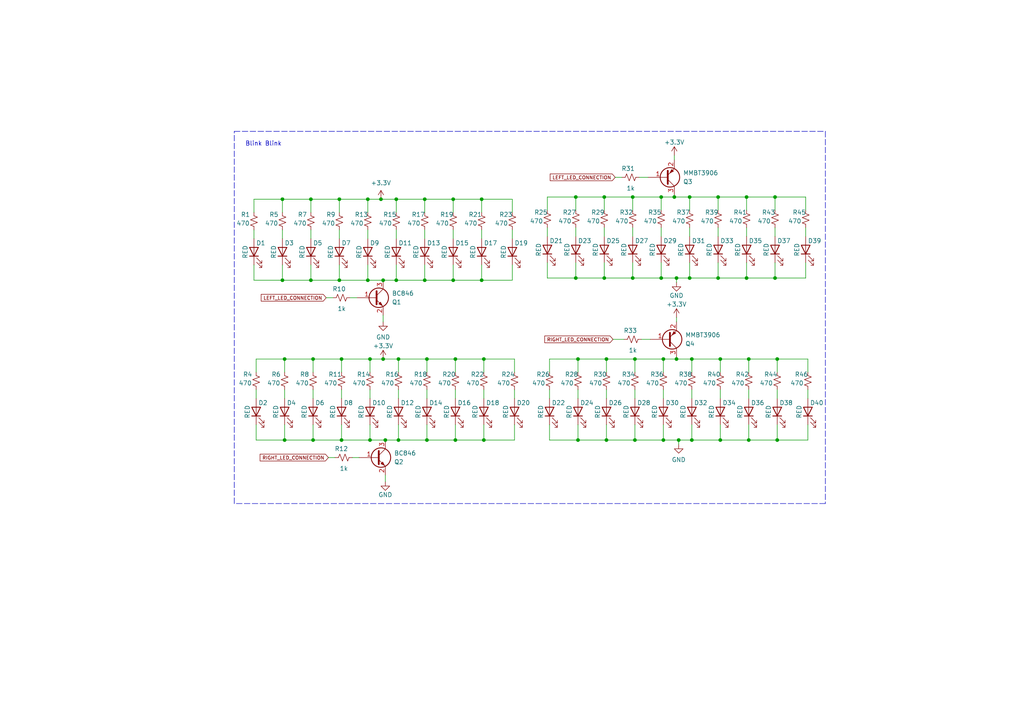
<source format=kicad_sch>
(kicad_sch (version 20211123) (generator eeschema)
  (paper "A4")
  (lib_symbols
    (symbol "Device:LED" (pin_numbers hide) (pin_names (offset 1.016) hide)
      (property "Reference" "D" (at 0 2.54 0))
      (property "Value" "LED" (at 0 -2.54 0))
      (symbol "LED_0_1"
        (polyline (pts (xy -1.27 -1.27) (xy -1.27 1.27)) (stroke (width 0.254)))
        (polyline (pts (xy -1.27 0) (xy 1.27 0)))
        (polyline (pts (xy 1.27 -1.27) (xy 1.27 1.27) (xy -1.27 0) (xy 1.27 -1.27)) (stroke (width 0.254)))
        (polyline (pts (xy -3.048 -0.762) (xy -4.572 -2.286) (xy -3.81 -2.286) (xy -4.572 -2.286) (xy -4.572 -1.524)))
        (polyline (pts (xy -1.778 -0.762) (xy -3.302 -2.286) (xy -2.54 -2.286) (xy -3.302 -2.286) (xy -3.302 -1.524)))
      )
      (symbol "LED_1_1"
        (pin passive line (at -3.81 0 0) (length 2.54) (name "K") (number "1"))
        (pin passive line (at 3.81 0 180) (length 2.54) (name "A") (number "2"))
      )
    )
    (symbol "Device:R_Small_US" (pin_numbers hide) (pin_names (offset 0.254) hide)
      (property "Reference" "R" (at 0.762 0.508 0))
      (property "Value" "R_Small_US" (at 0.762 -1.016 0))
      (symbol "R_Small_US_1_1"
        (polyline (pts (xy 0 0) (xy 1.016 -0.381) (xy 0 -0.762) (xy -1.016 -1.143) (xy 0 -1.524)))
        (polyline (pts (xy 0 1.524) (xy 1.016 1.143) (xy 0 0.762) (xy -1.016 0.381) (xy 0 0)))
        (pin passive line (at 0 2.54 270) (length 1.016) (name "~") (number "1"))
        (pin passive line (at 0 -2.54 90) (length 1.016) (name "~") (number "2"))
      )
    )
    (symbol "Transistor_BJT:BC846" (pin_names (offset 0) hide)
      (property "Reference" "Q" (at 5.08 1.905 0))
      (property "Value" "BC846" (at 5.08 0 0))
      (symbol "BC846_0_1"
        (polyline (pts (xy 0.635 0.635) (xy 2.54 2.54)))
        (polyline (pts (xy 0.635 -0.635) (xy 2.54 -2.54) (xy 2.54 -2.54)))
        (polyline (pts (xy 0.635 1.905) (xy 0.635 -1.905) (xy 0.635 -1.905)) (stroke (width 0.508)))
        (polyline (pts (xy 1.27 -1.778) (xy 1.778 -1.27) (xy 2.286 -2.286) (xy 1.27 -1.778) (xy 1.27 -1.778)) (fill (type outline)))
        (circle (center 1.27 0) (radius 2.8194) (stroke (width 0.254)))
      )
      (symbol "BC846_1_1"
        (pin input line (at -5.08 0 0) (length 5.715) (name "B") (number "1"))
        (pin passive line (at 2.54 -5.08 90) (length 2.54) (name "E") (number "2"))
        (pin passive line (at 2.54 5.08 270) (length 2.54) (name "C") (number "3"))
      )
    )
    (symbol "Transistor_BJT:MMBT3906" (pin_names (offset 0) hide)
      (property "Reference" "Q" (at 5.08 1.905 0))
      (property "Value" "MMBT3906" (at 5.08 0 0))
      (symbol "MMBT3906_0_1"
        (polyline (pts (xy 0.635 0.635) (xy 2.54 2.54)))
        (polyline (pts (xy 0.635 -0.635) (xy 2.54 -2.54) (xy 2.54 -2.54)))
        (polyline (pts (xy 0.635 1.905) (xy 0.635 -1.905) (xy 0.635 -1.905)) (stroke (width 0.508)))
        (polyline (pts (xy 2.286 -1.778) (xy 1.778 -2.286) (xy 1.27 -1.27) (xy 2.286 -1.778) (xy 2.286 -1.778)) (fill (type outline)))
        (circle (center 1.27 0) (radius 2.8194) (stroke (width 0.254)))
      )
      (symbol "MMBT3906_1_1"
        (pin input line (at -5.08 0 0) (length 5.715) (name "B") (number "1"))
        (pin passive line (at 2.54 -5.08 90) (length 2.54) (name "E") (number "2"))
        (pin passive line (at 2.54 5.08 270) (length 2.54) (name "C") (number "3"))
      )
    )
    (symbol "power:+3.3V" (power) (pin_names (offset 0))
      (property "Value" "+3.3V" (at 0 3.556 0))
      (symbol "+3.3V_0_1"
        (polyline (pts (xy -0.762 1.27) (xy 0 2.54)))
        (polyline (pts (xy 0 0) (xy 0 2.54)))
        (polyline (pts (xy 0 2.54) (xy 0.762 1.27)))
      )
      (symbol "+3.3V_1_1"
        (pin power_in line (at 0 0 90) (length 0) hide (name "+3.3V") (number "1"))
      )
    )
    (symbol "power:GND" (power) (pin_names (offset 0))
      (property "Value" "GND" (at 0 -3.81 0))
      (symbol "GND_0_1"
        (polyline (pts (xy 0 0) (xy 0 -1.27) (xy 1.27 -1.27) (xy 0 -2.54) (xy -1.27 -1.27) (xy 0 -1.27)))
      )
      (symbol "GND_1_1"
        (pin power_in line (at 0 0 270) (length 0) hide (name "GND") (number "1"))
      )
    )
  )
  (junction (at 216.535 57.15))
  (junction (at 82.55 127.635))
  (junction (at 90.805 104.14))
  (junction (at 111.76 127.635))
  (junction (at 183.515 80.645))
  (junction (at 200.025 57.15))
  (junction (at 175.26 57.15))
  (junction (at 115.57 104.14))
  (junction (at 107.315 104.14))
  (junction (at 81.915 57.785))
  (junction (at 184.15 127.635))
  (junction (at 195.58 57.15))
  (junction (at 114.935 81.28))
  (junction (at 131.445 81.28))
  (junction (at 167.005 57.15))
  (junction (at 106.68 57.785))
  (junction (at 208.915 127.635))
  (junction (at 123.825 104.14))
  (junction (at 90.805 127.635))
  (junction (at 123.19 57.785))
  (junction (at 200.66 104.14))
  (junction (at 81.915 81.28))
  (junction (at 140.335 104.14))
  (junction (at 196.215 104.14))
  (junction (at 217.17 104.14))
  (junction (at 107.315 127.635))
  (junction (at 90.17 81.28))
  (junction (at 139.7 57.785))
  (junction (at 200.025 80.645))
  (junction (at 131.445 57.785))
  (junction (at 175.26 80.645))
  (junction (at 225.425 127.635))
  (junction (at 140.335 127.635))
  (junction (at 90.17 57.785))
  (junction (at 192.405 127.635))
  (junction (at 196.215 80.645))
  (junction (at 192.405 104.14))
  (junction (at 98.425 81.28))
  (junction (at 111.125 81.28))
  (junction (at 99.06 104.14))
  (junction (at 99.06 127.635))
  (junction (at 98.425 57.785))
  (junction (at 208.915 104.14))
  (junction (at 183.515 57.15))
  (junction (at 167.005 80.645))
  (junction (at 175.895 104.14))
  (junction (at 123.825 127.635))
  (junction (at 132.08 127.635))
  (junction (at 216.535 80.645))
  (junction (at 114.935 57.785))
  (junction (at 196.85 127.635))
  (junction (at 175.895 127.635))
  (junction (at 123.19 81.28))
  (junction (at 191.77 57.15))
  (junction (at 167.64 127.635))
  (junction (at 111.125 104.14))
  (junction (at 106.68 81.28))
  (junction (at 82.55 104.14))
  (junction (at 208.28 57.15))
  (junction (at 225.425 104.14))
  (junction (at 184.15 104.14))
  (junction (at 110.49 57.785))
  (junction (at 208.28 80.645))
  (junction (at 191.77 80.645))
  (junction (at 217.17 127.635))
  (junction (at 200.66 127.635))
  (junction (at 115.57 127.635))
  (junction (at 224.79 57.15))
  (junction (at 132.08 104.14))
  (junction (at 224.79 80.645))
  (junction (at 167.64 104.14))
  (junction (at 139.7 81.28))
  (wire (pts (xy 234.315 113.03) (xy 234.315 115.57)))
  (wire (pts (xy 82.55 104.14) (xy 90.805 104.14)))
  (wire (pts (xy 196.85 127.635) (xy 196.85 128.905)))
  (wire (pts (xy 192.405 127.635) (xy 196.85 127.635)))
  (wire (pts (xy 233.68 80.645) (xy 224.79 80.645)))
  (wire (pts (xy 200.025 76.2) (xy 200.025 80.645)))
  (wire (pts (xy 196.215 103.505) (xy 196.215 104.14)))
  (wire (pts (xy 101.6 86.36) (xy 103.505 86.36)))
  (wire (pts (xy 208.28 57.15) (xy 208.28 60.96)))
  (wire (pts (xy 225.425 113.03) (xy 225.425 115.57)))
  (wire (pts (xy 175.26 66.04) (xy 175.26 68.58)))
  (wire (pts (xy 225.425 127.635) (xy 217.17 127.635)))
  (wire (pts (xy 106.68 57.785) (xy 106.68 61.595)))
  (wire (pts (xy 99.06 127.635) (xy 107.315 127.635)))
  (wire (pts (xy 140.335 123.19) (xy 140.335 127.635)))
  (wire (pts (xy 132.08 127.635) (xy 123.825 127.635)))
  (wire (pts (xy 74.295 107.95) (xy 74.295 104.14)))
  (wire (pts (xy 98.425 76.835) (xy 98.425 81.28)))
  (wire (pts (xy 159.385 107.95) (xy 159.385 104.14)))
  (wire (pts (xy 90.17 81.28) (xy 98.425 81.28)))
  (wire (pts (xy 148.59 76.835) (xy 148.59 81.28)))
  (wire (pts (xy 115.57 123.19) (xy 115.57 127.635)))
  (wire (pts (xy 216.535 66.04) (xy 216.535 68.58)))
  (wire (pts (xy 195.58 56.515) (xy 195.58 57.15)))
  (wire (pts (xy 98.425 57.785) (xy 106.68 57.785)))
  (wire (pts (xy 208.915 113.03) (xy 208.915 115.57)))
  (wire (pts (xy 167.005 57.15) (xy 167.005 60.96)))
  (wire (pts (xy 115.57 127.635) (xy 111.76 127.635)))
  (wire (pts (xy 74.295 113.03) (xy 74.295 115.57)))
  (wire (pts (xy 233.68 60.96) (xy 233.68 57.15)))
  (wire (pts (xy 184.15 123.19) (xy 184.15 127.635)))
  (wire (pts (xy 106.68 66.675) (xy 106.68 69.215)))
  (wire (pts (xy 184.15 104.14) (xy 192.405 104.14)))
  (wire (pts (xy 192.405 113.03) (xy 192.405 115.57)))
  (wire (pts (xy 184.15 104.14) (xy 184.15 107.95)))
  (wire (pts (xy 149.225 107.95) (xy 149.225 104.14)))
  (wire (pts (xy 102.235 132.715) (xy 104.14 132.715)))
  (wire (pts (xy 81.915 81.28) (xy 90.17 81.28)))
  (wire (pts (xy 123.825 104.14) (xy 115.57 104.14)))
  (wire (pts (xy 114.935 76.835) (xy 114.935 81.28)))
  (wire (pts (xy 234.315 123.19) (xy 234.315 127.635)))
  (wire (pts (xy 167.64 113.03) (xy 167.64 115.57)))
  (wire (pts (xy 140.335 104.14) (xy 140.335 107.95)))
  (wire (pts (xy 183.515 57.15) (xy 183.515 60.96)))
  (wire (pts (xy 216.535 57.15) (xy 208.28 57.15)))
  (wire (pts (xy 158.75 66.04) (xy 158.75 68.58)))
  (wire (pts (xy 131.445 81.28) (xy 123.19 81.28)))
  (wire (pts (xy 107.315 127.635) (xy 111.76 127.635)))
  (wire (pts (xy 208.915 123.19) (xy 208.915 127.635)))
  (wire (pts (xy 115.57 104.14) (xy 115.57 107.95)))
  (wire (pts (xy 175.895 127.635) (xy 184.15 127.635)))
  (wire (pts (xy 167.005 76.2) (xy 167.005 80.645)))
  (wire (pts (xy 159.385 104.14) (xy 167.64 104.14)))
  (wire (pts (xy 175.895 104.14) (xy 184.15 104.14)))
  (wire (pts (xy 115.57 104.14) (xy 111.125 104.14)))
  (wire (pts (xy 106.68 57.785) (xy 110.49 57.785)))
  (wire (pts (xy 98.425 81.28) (xy 106.68 81.28)))
  (wire (pts (xy 167.005 80.645) (xy 175.26 80.645)))
  (wire (pts (xy 159.385 123.19) (xy 159.385 127.635)))
  (polyline (pts (xy 239.395 146.05) (xy 67.945 146.05)))
  (wire (pts (xy 224.79 57.15) (xy 216.535 57.15)))
  (wire (pts (xy 224.79 66.04) (xy 224.79 68.58)))
  (wire (pts (xy 114.935 81.28) (xy 111.125 81.28)))
  (wire (pts (xy 233.68 76.2) (xy 233.68 80.645)))
  (wire (pts (xy 114.935 66.675) (xy 114.935 69.215)))
  (wire (pts (xy 90.805 123.19) (xy 90.805 127.635)))
  (wire (pts (xy 183.515 57.15) (xy 191.77 57.15)))
  (wire (pts (xy 167.005 66.04) (xy 167.005 68.58)))
  (wire (pts (xy 132.08 104.14) (xy 123.825 104.14)))
  (wire (pts (xy 216.535 76.2) (xy 216.535 80.645)))
  (wire (pts (xy 195.58 45.085) (xy 195.58 46.355)))
  (wire (pts (xy 177.8 98.425) (xy 180.975 98.425)))
  (wire (pts (xy 149.225 127.635) (xy 140.335 127.635)))
  (wire (pts (xy 217.17 113.03) (xy 217.17 115.57)))
  (wire (pts (xy 175.26 80.645) (xy 183.515 80.645)))
  (wire (pts (xy 132.08 104.14) (xy 132.08 107.95)))
  (wire (pts (xy 73.66 76.835) (xy 73.66 81.28)))
  (wire (pts (xy 208.28 66.04) (xy 208.28 68.58)))
  (wire (pts (xy 184.15 127.635) (xy 192.405 127.635)))
  (wire (pts (xy 175.26 57.15) (xy 175.26 60.96)))
  (wire (pts (xy 200.025 66.04) (xy 200.025 68.58)))
  (wire (pts (xy 106.68 76.835) (xy 106.68 81.28)))
  (wire (pts (xy 208.915 104.14) (xy 200.66 104.14)))
  (wire (pts (xy 234.315 127.635) (xy 225.425 127.635)))
  (wire (pts (xy 224.79 57.15) (xy 224.79 60.96)))
  (wire (pts (xy 106.68 81.28) (xy 111.125 81.28)))
  (wire (pts (xy 123.19 76.835) (xy 123.19 81.28)))
  (wire (pts (xy 90.17 57.785) (xy 98.425 57.785)))
  (wire (pts (xy 123.19 66.675) (xy 123.19 69.215)))
  (wire (pts (xy 192.405 104.14) (xy 196.215 104.14)))
  (wire (pts (xy 167.005 57.15) (xy 175.26 57.15)))
  (wire (pts (xy 115.57 113.03) (xy 115.57 115.57)))
  (wire (pts (xy 107.315 104.14) (xy 107.315 107.95)))
  (wire (pts (xy 216.535 57.15) (xy 216.535 60.96)))
  (wire (pts (xy 90.805 104.14) (xy 99.06 104.14)))
  (wire (pts (xy 217.17 127.635) (xy 208.915 127.635)))
  (wire (pts (xy 178.435 51.435) (xy 180.34 51.435)))
  (wire (pts (xy 158.75 60.96) (xy 158.75 57.15)))
  (wire (pts (xy 107.315 113.03) (xy 107.315 115.57)))
  (wire (pts (xy 98.425 66.675) (xy 98.425 69.215)))
  (wire (pts (xy 186.055 98.425) (xy 188.595 98.425)))
  (wire (pts (xy 159.385 113.03) (xy 159.385 115.57)))
  (wire (pts (xy 123.825 104.14) (xy 123.825 107.95)))
  (polyline (pts (xy 67.945 146.05) (xy 67.945 38.1)))
  (wire (pts (xy 200.66 104.14) (xy 200.66 107.95)))
  (wire (pts (xy 192.405 123.19) (xy 192.405 127.635)))
  (wire (pts (xy 167.64 104.14) (xy 167.64 107.95)))
  (wire (pts (xy 158.75 57.15) (xy 167.005 57.15)))
  (wire (pts (xy 208.28 57.15) (xy 200.025 57.15)))
  (wire (pts (xy 123.825 113.03) (xy 123.825 115.57)))
  (wire (pts (xy 82.55 127.635) (xy 90.805 127.635)))
  (wire (pts (xy 224.79 76.2) (xy 224.79 80.645)))
  (wire (pts (xy 90.17 57.785) (xy 90.17 61.595)))
  (wire (pts (xy 225.425 104.14) (xy 217.17 104.14)))
  (wire (pts (xy 175.26 76.2) (xy 175.26 80.645)))
  (wire (pts (xy 217.17 104.14) (xy 208.915 104.14)))
  (wire (pts (xy 196.85 127.635) (xy 200.66 127.635)))
  (wire (pts (xy 196.215 104.14) (xy 200.66 104.14)))
  (wire (pts (xy 131.445 57.785) (xy 123.19 57.785)))
  (wire (pts (xy 159.385 127.635) (xy 167.64 127.635)))
  (wire (pts (xy 167.64 123.19) (xy 167.64 127.635)))
  (wire (pts (xy 81.915 57.785) (xy 90.17 57.785)))
  (wire (pts (xy 233.68 57.15) (xy 224.79 57.15)))
  (wire (pts (xy 148.59 57.785) (xy 139.7 57.785)))
  (wire (pts (xy 73.66 66.675) (xy 73.66 69.215)))
  (wire (pts (xy 131.445 57.785) (xy 131.445 61.595)))
  (wire (pts (xy 175.895 104.14) (xy 175.895 107.95)))
  (wire (pts (xy 208.28 76.2) (xy 208.28 80.645)))
  (wire (pts (xy 139.7 76.835) (xy 139.7 81.28)))
  (wire (pts (xy 123.825 123.19) (xy 123.825 127.635)))
  (wire (pts (xy 191.77 76.2) (xy 191.77 80.645)))
  (wire (pts (xy 111.125 91.44) (xy 111.125 93.345)))
  (wire (pts (xy 196.215 92.075) (xy 196.215 93.345)))
  (wire (pts (xy 98.425 57.785) (xy 98.425 61.595)))
  (wire (pts (xy 191.77 57.15) (xy 191.77 60.96)))
  (wire (pts (xy 81.915 57.785) (xy 81.915 61.595)))
  (wire (pts (xy 99.06 104.14) (xy 107.315 104.14)))
  (wire (pts (xy 123.19 57.785) (xy 114.935 57.785)))
  (wire (pts (xy 131.445 76.835) (xy 131.445 81.28)))
  (wire (pts (xy 95.25 132.715) (xy 97.155 132.715)))
  (wire (pts (xy 149.225 113.03) (xy 149.225 115.57)))
  (wire (pts (xy 185.42 51.435) (xy 187.96 51.435)))
  (wire (pts (xy 196.215 80.645) (xy 200.025 80.645)))
  (wire (pts (xy 208.28 80.645) (xy 200.025 80.645)))
  (wire (pts (xy 191.77 66.04) (xy 191.77 68.58)))
  (wire (pts (xy 148.59 81.28) (xy 139.7 81.28)))
  (wire (pts (xy 74.295 123.19) (xy 74.295 127.635)))
  (wire (pts (xy 73.66 57.785) (xy 81.915 57.785)))
  (wire (pts (xy 99.06 123.19) (xy 99.06 127.635)))
  (wire (pts (xy 140.335 127.635) (xy 132.08 127.635)))
  (wire (pts (xy 99.06 104.14) (xy 99.06 107.95)))
  (wire (pts (xy 139.7 66.675) (xy 139.7 69.215)))
  (wire (pts (xy 148.59 61.595) (xy 148.59 57.785)))
  (wire (pts (xy 200.66 113.03) (xy 200.66 115.57)))
  (wire (pts (xy 149.225 104.14) (xy 140.335 104.14)))
  (wire (pts (xy 111.76 137.795) (xy 111.76 139.7)))
  (wire (pts (xy 114.935 57.785) (xy 110.49 57.785)))
  (wire (pts (xy 73.66 61.595) (xy 73.66 57.785)))
  (wire (pts (xy 200.025 57.15) (xy 200.025 60.96)))
  (wire (pts (xy 208.915 127.635) (xy 200.66 127.635)))
  (wire (pts (xy 82.55 113.03) (xy 82.55 115.57)))
  (wire (pts (xy 191.77 57.15) (xy 195.58 57.15)))
  (wire (pts (xy 90.17 66.675) (xy 90.17 69.215)))
  (wire (pts (xy 132.08 123.19) (xy 132.08 127.635)))
  (wire (pts (xy 217.17 104.14) (xy 217.17 107.95)))
  (polyline (pts (xy 239.395 38.1) (xy 239.395 146.05)))
  (wire (pts (xy 90.805 113.03) (xy 90.805 115.57)))
  (wire (pts (xy 158.75 76.2) (xy 158.75 80.645)))
  (wire (pts (xy 183.515 66.04) (xy 183.515 68.58)))
  (wire (pts (xy 82.55 104.14) (xy 82.55 107.95)))
  (wire (pts (xy 139.7 57.785) (xy 131.445 57.785)))
  (wire (pts (xy 90.17 76.835) (xy 90.17 81.28)))
  (wire (pts (xy 131.445 66.675) (xy 131.445 69.215)))
  (wire (pts (xy 139.7 57.785) (xy 139.7 61.595)))
  (wire (pts (xy 175.26 57.15) (xy 183.515 57.15)))
  (wire (pts (xy 175.895 123.19) (xy 175.895 127.635)))
  (wire (pts (xy 216.535 80.645) (xy 208.28 80.645)))
  (wire (pts (xy 140.335 104.14) (xy 132.08 104.14)))
  (wire (pts (xy 196.215 80.645) (xy 196.215 81.915)))
  (wire (pts (xy 158.75 80.645) (xy 167.005 80.645)))
  (wire (pts (xy 148.59 66.675) (xy 148.59 69.215)))
  (wire (pts (xy 225.425 123.19) (xy 225.425 127.635)))
  (wire (pts (xy 82.55 123.19) (xy 82.55 127.635)))
  (wire (pts (xy 99.06 113.03) (xy 99.06 115.57)))
  (wire (pts (xy 81.915 76.835) (xy 81.915 81.28)))
  (wire (pts (xy 191.77 80.645) (xy 196.215 80.645)))
  (wire (pts (xy 149.225 123.19) (xy 149.225 127.635)))
  (polyline (pts (xy 67.945 38.1) (xy 239.395 38.1)))
  (wire (pts (xy 184.15 113.03) (xy 184.15 115.57)))
  (wire (pts (xy 107.315 104.14) (xy 111.125 104.14)))
  (wire (pts (xy 233.68 66.04) (xy 233.68 68.58)))
  (wire (pts (xy 123.19 57.785) (xy 123.19 61.595)))
  (wire (pts (xy 167.64 127.635) (xy 175.895 127.635)))
  (wire (pts (xy 234.315 107.95) (xy 234.315 104.14)))
  (wire (pts (xy 90.805 127.635) (xy 99.06 127.635)))
  (wire (pts (xy 139.7 81.28) (xy 131.445 81.28)))
  (wire (pts (xy 195.58 57.15) (xy 200.025 57.15)))
  (wire (pts (xy 217.17 123.19) (xy 217.17 127.635)))
  (wire (pts (xy 94.615 86.36) (xy 96.52 86.36)))
  (wire (pts (xy 90.805 104.14) (xy 90.805 107.95)))
  (wire (pts (xy 225.425 104.14) (xy 225.425 107.95)))
  (wire (pts (xy 107.315 123.19) (xy 107.315 127.635)))
  (wire (pts (xy 234.315 104.14) (xy 225.425 104.14)))
  (wire (pts (xy 123.825 127.635) (xy 115.57 127.635)))
  (wire (pts (xy 183.515 80.645) (xy 191.77 80.645)))
  (wire (pts (xy 224.79 80.645) (xy 216.535 80.645)))
  (wire (pts (xy 183.515 76.2) (xy 183.515 80.645)))
  (wire (pts (xy 132.08 113.03) (xy 132.08 115.57)))
  (wire (pts (xy 208.915 104.14) (xy 208.915 107.95)))
  (wire (pts (xy 192.405 104.14) (xy 192.405 107.95)))
  (wire (pts (xy 74.295 127.635) (xy 82.55 127.635)))
  (wire (pts (xy 74.295 104.14) (xy 82.55 104.14)))
  (wire (pts (xy 200.66 123.19) (xy 200.66 127.635)))
  (wire (pts (xy 140.335 113.03) (xy 140.335 115.57)))
  (wire (pts (xy 167.64 104.14) (xy 175.895 104.14)))
  (wire (pts (xy 123.19 81.28) (xy 114.935 81.28)))
  (wire (pts (xy 81.915 66.675) (xy 81.915 69.215)))
  (wire (pts (xy 114.935 57.785) (xy 114.935 61.595)))
  (wire (pts (xy 73.66 81.28) (xy 81.915 81.28)))
  (wire (pts (xy 175.895 113.03) (xy 175.895 115.57)))
  (text "Blink Blink" (at 71.12 42.545 0) (effects (font (size 1.27 1.27)) (justify left bottom)))
  (global_label "LEFT_LED_CONNECTION" (shape input) (at 94.615 86.36 180) (effects (font (size 1 1))) (property "Intersheet References" "${INTERSHEET_REFS}" (effects hide)))
  (global_label "LEFT_LED_CONNECTION" (shape input) (at 178.435 51.435 180) (effects (font (size 1 1))) (property "Intersheet References" "${INTERSHEET_REFS}" (effects hide)))
  (global_label "RIGHT_LED_CONNECTION" (shape input) (at 177.8 98.425 180) (effects (font (size 1 1))) (property "Intersheet References" "${INTERSHEET_REFS}" (effects hide)))
  (global_label "RIGHT_LED_CONNECTION" (shape input) (at 95.25 132.715 180) (effects (font (size 1 1))) (property "Intersheet References" "${INTERSHEET_REFS}" (effects hide)))
  (symbol (lib_id "Device:LED") (at 208.28 72.39 90) (unit 1)
    (property "Reference" "D33" (at 208.915 69.85 90) (effects (justify right)))
    (property "Value" "RED" (at 205.74 70.485 0) (effects (justify right)))
    (property "Footprint" "LED_SMD:LED_0603_1608Metric_Pad1.05x0.95mm_HandSolder" (effects hide))
  )
  (symbol (lib_id "Device:LED") (at 216.535 72.39 90) (unit 1)
    (property "Reference" "D35" (at 217.17 69.85 90) (effects (justify right)))
    (property "Value" "RED" (at 213.995 70.485 0) (effects (justify right)))
    (property "Footprint" "LED_SMD:LED_0603_1608Metric_Pad1.05x0.95mm_HandSolder" (effects hide))
  )
  (symbol (lib_id "Device:R_Small_US") (at 148.59 64.135 0) (unit 1)
    (property "Reference" "R23" (at 144.78 62.23 0) (effects (justify left)))
    (property "Value" "470" (at 143.51 64.77 0) (effects (justify left)))
    (property "Footprint" "Resistor_SMD:R_0603_1608Metric_Pad0.98x0.95mm_HandSolder" (effects hide))
  )
  (symbol (lib_id "Device:LED") (at 167.64 119.38 90) (unit 1)
    (property "Reference" "D24" (at 168.275 116.84 90) (effects (justify right)))
    (property "Value" "RED" (at 165.1 117.475 0) (effects (justify right)))
    (property "Footprint" "LED_SMD:LED_0603_1608Metric_Pad1.05x0.95mm_HandSolder" (effects hide))
  )
  (symbol (lib_id "Device:R_Small_US") (at 191.77 63.5 0) (unit 1)
    (property "Reference" "R35" (at 187.96 61.595 0) (effects (justify left)))
    (property "Value" "470" (at 186.69 64.135 0) (effects (justify left)))
    (property "Footprint" "Resistor_SMD:R_0603_1608Metric_Pad0.98x0.95mm_HandSolder" (effects hide))
  )
  (symbol (lib_id "Device:LED") (at 139.7 73.025 90) (unit 1)
    (property "Reference" "D17" (at 140.335 70.485 90) (effects (justify right)))
    (property "Value" "RED" (at 137.16 71.12 0) (effects (justify right)))
    (property "Footprint" "LED_SMD:LED_0603_1608Metric_Pad1.05x0.95mm_HandSolder" (effects hide))
  )
  (symbol (lib_id "Device:R_Small_US") (at 208.28 63.5 0) (unit 1)
    (property "Reference" "R39" (at 204.47 61.595 0) (effects (justify left)))
    (property "Value" "470" (at 203.2 64.135 0) (effects (justify left)))
    (property "Footprint" "Resistor_SMD:R_0603_1608Metric_Pad0.98x0.95mm_HandSolder" (effects hide))
  )
  (symbol (lib_id "Device:R_Small_US") (at 158.75 63.5 0) (unit 1)
    (property "Reference" "R25" (at 154.94 61.595 0) (effects (justify left)))
    (property "Value" "470" (at 153.67 64.135 0) (effects (justify left)))
    (property "Footprint" "Resistor_SMD:R_0603_1608Metric_Pad0.98x0.95mm_HandSolder" (effects hide))
  )
  (symbol (lib_id "Device:R_Small_US") (at 225.425 110.49 0) (unit 1)
    (property "Reference" "R44" (at 221.615 108.585 0) (effects (justify left)))
    (property "Value" "470" (at 220.345 111.125 0) (effects (justify left)))
    (property "Footprint" "Resistor_SMD:R_0603_1608Metric_Pad0.98x0.95mm_HandSolder" (effects hide))
  )
  (symbol (lib_id "Device:R_Small_US") (at 115.57 110.49 0) (unit 1)
    (property "Reference" "R16" (at 111.76 108.585 0) (effects (justify left)))
    (property "Value" "470" (at 110.49 111.125 0) (effects (justify left)))
    (property "Footprint" "Resistor_SMD:R_0603_1608Metric_Pad0.98x0.95mm_HandSolder" (effects hide))
  )
  (symbol (lib_id "power:GND") (at 111.76 139.7 0) (unit 1)
    (property "Reference" "#PWR09" (effects hide))
    (property "Value" "GND" (at 111.76 143.51 0))
  )
  (symbol (lib_id "Device:R_Small_US") (at 74.295 110.49 0) (unit 1)
    (property "Reference" "R4" (at 70.485 108.585 0) (effects (justify left)))
    (property "Value" "470" (at 69.215 111.125 0) (effects (justify left)))
    (property "Footprint" "Resistor_SMD:R_0603_1608Metric_Pad0.98x0.95mm_HandSolder" (effects hide))
  )
  (symbol (lib_id "Device:LED") (at 192.405 119.38 90) (unit 1)
    (property "Reference" "D30" (at 193.04 116.84 90) (effects (justify right)))
    (property "Value" "RED" (at 189.865 117.475 0) (effects (justify right)))
    (property "Footprint" "LED_SMD:LED_0603_1608Metric_Pad1.05x0.95mm_HandSolder" (effects hide))
  )
  (symbol (lib_id "power:GND") (at 196.215 81.915 0) (unit 1)
    (property "Reference" "#PWR011" (effects hide))
    (property "Value" "GND" (at 196.215 85.725 0))
  )
  (symbol (lib_id "Device:LED") (at 233.68 72.39 90) (unit 1)
    (property "Reference" "D39" (at 234.315 69.85 90) (effects (justify right)))
    (property "Value" "RED" (at 231.14 70.485 0) (effects (justify right)))
    (property "Footprint" "LED_SMD:LED_0603_1608Metric_Pad1.05x0.95mm_HandSolder" (effects hide))
  )
  (symbol (lib_id "Device:R_Small_US") (at 107.315 110.49 0) (unit 1)
    (property "Reference" "R14" (at 103.505 108.585 0) (effects (justify left)))
    (property "Value" "470" (at 102.235 111.125 0) (effects (justify left)))
    (property "Footprint" "Resistor_SMD:R_0603_1608Metric_Pad0.98x0.95mm_HandSolder" (effects hide))
  )
  (symbol (lib_id "Device:LED") (at 99.06 119.38 90) (unit 1)
    (property "Reference" "D8" (at 99.695 116.84 90) (effects (justify right)))
    (property "Value" "RED" (at 96.52 117.475 0) (effects (justify right)))
    (property "Footprint" "LED_SMD:LED_0603_1608Metric_Pad1.05x0.95mm_HandSolder" (effects hide))
  )
  (symbol (lib_id "Device:R_Small_US") (at 182.88 51.435 90) (unit 1)
    (property "Reference" "R31" (at 184.15 48.895 90) (effects (justify left)))
    (property "Value" "1k" (at 184.15 54.61 90) (effects (justify left)))
    (property "Footprint" "Resistor_SMD:R_0603_1608Metric_Pad0.98x0.95mm_HandSolder" (effects hide))
  )
  (symbol (lib_id "Device:R_Small_US") (at 99.06 86.36 90) (unit 1)
    (property "Reference" "R10" (at 100.33 83.82 90) (effects (justify left)))
    (property "Value" "1k" (at 100.33 89.535 90) (effects (justify left)))
    (property "Footprint" "Resistor_SMD:R_0603_1608Metric_Pad0.98x0.95mm_HandSolder" (effects hide))
  )
  (symbol (lib_id "Device:LED") (at 81.915 73.025 90) (unit 1)
    (property "Reference" "D3" (at 82.55 70.485 90) (effects (justify right)))
    (property "Value" "RED" (at 79.375 71.12 0) (effects (justify right)))
    (property "Footprint" "LED_SMD:LED_0603_1608Metric_Pad1.05x0.95mm_HandSolder" (effects hide))
  )
  (symbol (lib_id "Device:LED") (at 234.315 119.38 90) (unit 1)
    (property "Reference" "D40" (at 234.95 116.84 90) (effects (justify right)))
    (property "Value" "RED" (at 231.775 117.475 0) (effects (justify right)))
    (property "Footprint" "LED_SMD:LED_0603_1608Metric_Pad1.05x0.95mm_HandSolder" (effects hide))
  )
  (symbol (lib_id "Device:LED") (at 183.515 72.39 90) (unit 1)
    (property "Reference" "D27" (at 184.15 69.85 90) (effects (justify right)))
    (property "Value" "RED" (at 180.975 70.485 0) (effects (justify right)))
    (property "Footprint" "LED_SMD:LED_0603_1608Metric_Pad1.05x0.95mm_HandSolder" (effects hide))
  )
  (symbol (lib_id "Device:LED") (at 131.445 73.025 90) (unit 1)
    (property "Reference" "D15" (at 132.08 70.485 90) (effects (justify right)))
    (property "Value" "RED" (at 128.905 71.12 0) (effects (justify right)))
    (property "Footprint" "LED_SMD:LED_0603_1608Metric_Pad1.05x0.95mm_HandSolder" (effects hide))
  )
  (symbol (lib_id "Device:R_Small_US") (at 123.825 110.49 0) (unit 1)
    (property "Reference" "R18" (at 120.015 108.585 0) (effects (justify left)))
    (property "Value" "470" (at 118.745 111.125 0) (effects (justify left)))
    (property "Footprint" "Resistor_SMD:R_0603_1608Metric_Pad0.98x0.95mm_HandSolder" (effects hide))
  )
  (symbol (lib_id "Device:LED") (at 140.335 119.38 90) (unit 1)
    (property "Reference" "D18" (at 140.97 116.84 90) (effects (justify right)))
    (property "Value" "RED" (at 137.795 117.475 0) (effects (justify right)))
    (property "Footprint" "LED_SMD:LED_0603_1608Metric_Pad1.05x0.95mm_HandSolder" (effects hide))
  )
  (symbol (lib_id "Device:R_Small_US") (at 159.385 110.49 0) (unit 1)
    (property "Reference" "R26" (at 155.575 108.585 0) (effects (justify left)))
    (property "Value" "470" (at 154.305 111.125 0) (effects (justify left)))
    (property "Footprint" "Resistor_SMD:R_0603_1608Metric_Pad0.98x0.95mm_HandSolder" (effects hide))
  )
  (symbol (lib_id "Device:LED") (at 123.825 119.38 90) (unit 1)
    (property "Reference" "D14" (at 124.46 116.84 90) (effects (justify right)))
    (property "Value" "RED" (at 121.285 117.475 0) (effects (justify right)))
    (property "Footprint" "LED_SMD:LED_0603_1608Metric_Pad1.05x0.95mm_HandSolder" (effects hide))
  )
  (symbol (lib_id "Device:LED") (at 148.59 73.025 90) (unit 1)
    (property "Reference" "D19" (at 149.225 70.485 90) (effects (justify right)))
    (property "Value" "RED" (at 146.05 71.12 0) (effects (justify right)))
    (property "Footprint" "LED_SMD:LED_0603_1608Metric_Pad1.05x0.95mm_HandSolder" (effects hide))
  )
  (symbol (lib_id "Device:LED") (at 159.385 119.38 90) (unit 1)
    (property "Reference" "D22" (at 160.02 116.84 90) (effects (justify right)))
    (property "Value" "RED" (at 156.845 117.475 0) (effects (justify right)))
    (property "Footprint" "LED_SMD:LED_0603_1608Metric_Pad1.05x0.95mm_HandSolder" (effects hide))
  )
  (symbol (lib_id "Device:LED") (at 90.17 73.025 90) (unit 1)
    (property "Reference" "D5" (at 90.805 70.485 90) (effects (justify right)))
    (property "Value" "RED" (at 87.63 71.12 0) (effects (justify right)))
    (property "Footprint" "LED_SMD:LED_0603_1608Metric_Pad1.05x0.95mm_HandSolder" (effects hide))
  )
  (symbol (lib_id "Device:R_Small_US") (at 90.17 64.135 0) (unit 1)
    (property "Reference" "R7" (at 86.36 62.23 0) (effects (justify left)))
    (property "Value" "470" (at 85.09 64.77 0) (effects (justify left)))
    (property "Footprint" "Resistor_SMD:R_0603_1608Metric_Pad0.98x0.95mm_HandSolder" (effects hide))
  )
  (symbol (lib_id "Device:LED") (at 114.935 73.025 90) (unit 1)
    (property "Reference" "D11" (at 115.57 70.485 90) (effects (justify right)))
    (property "Value" "RED" (at 112.395 71.12 0) (effects (justify right)))
    (property "Footprint" "LED_SMD:LED_0603_1608Metric_Pad1.05x0.95mm_HandSolder" (effects hide))
  )
  (symbol (lib_id "Device:R_Small_US") (at 139.7 64.135 0) (unit 1)
    (property "Reference" "R21" (at 135.89 62.23 0) (effects (justify left)))
    (property "Value" "470" (at 134.62 64.77 0) (effects (justify left)))
    (property "Footprint" "Resistor_SMD:R_0603_1608Metric_Pad0.98x0.95mm_HandSolder" (effects hide))
  )
  (symbol (lib_id "Device:R_Small_US") (at 208.915 110.49 0) (unit 1)
    (property "Reference" "R40" (at 205.105 108.585 0) (effects (justify left)))
    (property "Value" "470" (at 203.835 111.125 0) (effects (justify left)))
    (property "Footprint" "Resistor_SMD:R_0603_1608Metric_Pad0.98x0.95mm_HandSolder" (effects hide))
  )
  (symbol (lib_id "power:GND") (at 196.85 128.905 0) (unit 1)
    (property "Reference" "#PWR028" (effects hide))
    (property "Value" "GND" (at 196.85 133.35 0))
  )
  (symbol (lib_id "Device:R_Small_US") (at 167.005 63.5 0) (unit 1)
    (property "Reference" "R27" (at 163.195 61.595 0) (effects (justify left)))
    (property "Value" "470" (at 161.925 64.135 0) (effects (justify left)))
    (property "Footprint" "Resistor_SMD:R_0603_1608Metric_Pad0.98x0.95mm_HandSolder" (effects hide))
  )
  (symbol (lib_id "Device:R_Small_US") (at 114.935 64.135 0) (unit 1)
    (property "Reference" "R15" (at 111.125 62.23 0) (effects (justify left)))
    (property "Value" "470" (at 109.855 64.77 0) (effects (justify left)))
    (property "Footprint" "Resistor_SMD:R_0603_1608Metric_Pad0.98x0.95mm_HandSolder" (effects hide))
  )
  (symbol (lib_id "Device:R_Small_US") (at 149.225 110.49 0) (unit 1)
    (property "Reference" "R24" (at 145.415 108.585 0) (effects (justify left)))
    (property "Value" "470" (at 144.145 111.125 0) (effects (justify left)))
    (property "Footprint" "Resistor_SMD:R_0603_1608Metric_Pad0.98x0.95mm_HandSolder" (effects hide))
  )
  (symbol (lib_id "Device:R_Small_US") (at 82.55 110.49 0) (unit 1)
    (property "Reference" "R6" (at 78.74 108.585 0) (effects (justify left)))
    (property "Value" "470" (at 77.47 111.125 0) (effects (justify left)))
    (property "Footprint" "Resistor_SMD:R_0603_1608Metric_Pad0.98x0.95mm_HandSolder" (effects hide))
  )
  (symbol (lib_id "Device:R_Small_US") (at 140.335 110.49 0) (unit 1)
    (property "Reference" "R22" (at 136.525 108.585 0) (effects (justify left)))
    (property "Value" "470" (at 135.255 111.125 0) (effects (justify left)))
    (property "Footprint" "Resistor_SMD:R_0603_1608Metric_Pad0.98x0.95mm_HandSolder" (effects hide))
  )
  (symbol (lib_id "Device:LED") (at 115.57 119.38 90) (unit 1)
    (property "Reference" "D12" (at 116.205 116.84 90) (effects (justify right)))
    (property "Value" "RED" (at 113.03 117.475 0) (effects (justify right)))
    (property "Footprint" "LED_SMD:LED_0603_1608Metric_Pad1.05x0.95mm_HandSolder" (effects hide))
  )
  (symbol (lib_id "Device:LED") (at 224.79 72.39 90) (unit 1)
    (property "Reference" "D37" (at 225.425 69.85 90) (effects (justify right)))
    (property "Value" "RED" (at 222.25 70.485 0) (effects (justify right)))
    (property "Footprint" "LED_SMD:LED_0603_1608Metric_Pad1.05x0.95mm_HandSolder" (effects hide))
  )
  (symbol (lib_id "Device:LED") (at 149.225 119.38 90) (unit 1)
    (property "Reference" "D20" (at 149.86 116.84 90) (effects (justify right)))
    (property "Value" "RED" (at 146.685 117.475 0) (effects (justify right)))
    (property "Footprint" "LED_SMD:LED_0603_1608Metric_Pad1.05x0.95mm_HandSolder" (effects hide))
  )
  (symbol (lib_id "Device:R_Small_US") (at 224.79 63.5 0) (unit 1)
    (property "Reference" "R43" (at 220.98 61.595 0) (effects (justify left)))
    (property "Value" "470" (at 219.71 64.135 0) (effects (justify left)))
    (property "Footprint" "Resistor_SMD:R_0603_1608Metric_Pad0.98x0.95mm_HandSolder" (effects hide))
  )
  (symbol (lib_id "Device:R_Small_US") (at 167.64 110.49 0) (unit 1)
    (property "Reference" "R28" (at 163.83 108.585 0) (effects (justify left)))
    (property "Value" "470" (at 162.56 111.125 0) (effects (justify left)))
    (property "Footprint" "Resistor_SMD:R_0603_1608Metric_Pad0.98x0.95mm_HandSolder" (effects hide))
  )
  (symbol (lib_id "power:+3.3V") (at 196.215 92.075 0) (unit 1)
    (property "Reference" "#PWR012" (effects hide))
    (property "Value" "+3.3V" (at 196.215 88.265 0))
  )
  (symbol (lib_id "power:+3.3V") (at 110.49 57.785 0) (unit 1)
    (property "Reference" "#PWR05" (effects hide))
    (property "Value" "+3.3V" (at 110.49 53.0606 0))
  )
  (symbol (lib_id "Device:R_Small_US") (at 131.445 64.135 0) (unit 1)
    (property "Reference" "R19" (at 127.635 62.23 0) (effects (justify left)))
    (property "Value" "470" (at 126.365 64.77 0) (effects (justify left)))
    (property "Footprint" "Resistor_SMD:R_0603_1608Metric_Pad0.98x0.95mm_HandSolder" (effects hide))
  )
  (symbol (lib_id "Device:R_Small_US") (at 234.315 110.49 0) (unit 1)
    (property "Reference" "R46" (at 230.505 108.585 0) (effects (justify left)))
    (property "Value" "470" (at 229.235 111.125 0) (effects (justify left)))
    (property "Footprint" "Resistor_SMD:R_0603_1608Metric_Pad0.98x0.95mm_HandSolder" (effects hide))
  )
  (symbol (lib_id "Device:LED") (at 107.315 119.38 90) (unit 1)
    (property "Reference" "D10" (at 107.95 116.84 90) (effects (justify right)))
    (property "Value" "RED" (at 104.775 117.475 0) (effects (justify right)))
    (property "Footprint" "LED_SMD:LED_0603_1608Metric_Pad1.05x0.95mm_HandSolder" (effects hide))
  )
  (symbol (lib_id "Device:R_Small_US") (at 184.15 110.49 0) (unit 1)
    (property "Reference" "R34" (at 180.34 108.585 0) (effects (justify left)))
    (property "Value" "470" (at 179.07 111.125 0) (effects (justify left)))
    (property "Footprint" "Resistor_SMD:R_0603_1608Metric_Pad0.98x0.95mm_HandSolder" (effects hide))
  )
  (symbol (lib_id "Device:LED") (at 208.915 119.38 90) (unit 1)
    (property "Reference" "D34" (at 209.55 116.84 90) (effects (justify right)))
    (property "Value" "RED" (at 206.375 117.475 0) (effects (justify right)))
    (property "Footprint" "LED_SMD:LED_0603_1608Metric_Pad1.05x0.95mm_HandSolder" (effects hide))
  )
  (symbol (lib_id "power:+3.3V") (at 195.58 45.085 0) (unit 1)
    (property "Reference" "#PWR010" (effects hide))
    (property "Value" "+3.3V" (at 195.58 41.275 0))
  )
  (symbol (lib_id "Device:LED") (at 90.805 119.38 90) (unit 1)
    (property "Reference" "D6" (at 91.44 116.84 90) (effects (justify right)))
    (property "Value" "RED" (at 88.265 117.475 0) (effects (justify right)))
    (property "Footprint" "LED_SMD:LED_0603_1608Metric_Pad1.05x0.95mm_HandSolder" (effects hide))
  )
  (symbol (lib_id "Device:LED") (at 225.425 119.38 90) (unit 1)
    (property "Reference" "D38" (at 226.06 116.84 90) (effects (justify right)))
    (property "Value" "RED" (at 222.885 117.475 0) (effects (justify right)))
    (property "Footprint" "LED_SMD:LED_0603_1608Metric_Pad1.05x0.95mm_HandSolder" (effects hide))
  )
  (symbol (lib_id "Device:LED") (at 82.55 119.38 90) (unit 1)
    (property "Reference" "D4" (at 83.185 116.84 90) (effects (justify right)))
    (property "Value" "RED" (at 80.01 117.475 0) (effects (justify right)))
    (property "Footprint" "LED_SMD:LED_0603_1608Metric_Pad1.05x0.95mm_HandSolder" (effects hide))
  )
  (symbol (lib_id "Device:LED") (at 167.005 72.39 90) (unit 1)
    (property "Reference" "D23" (at 167.64 69.85 90) (effects (justify right)))
    (property "Value" "RED" (at 164.465 70.485 0) (effects (justify right)))
    (property "Footprint" "LED_SMD:LED_0603_1608Metric_Pad1.05x0.95mm_HandSolder" (effects hide))
  )
  (symbol (lib_id "Device:R_Small_US") (at 81.915 64.135 0) (unit 1)
    (property "Reference" "R5" (at 78.105 62.23 0) (effects (justify left)))
    (property "Value" "470" (at 76.835 64.77 0) (effects (justify left)))
    (property "Footprint" "Resistor_SMD:R_0603_1608Metric_Pad0.98x0.95mm_HandSolder" (effects hide))
  )
  (symbol (lib_id "Device:LED") (at 123.19 73.025 90) (unit 1)
    (property "Reference" "D13" (at 123.825 70.485 90) (effects (justify right)))
    (property "Value" "RED" (at 120.65 71.12 0) (effects (justify right)))
    (property "Footprint" "LED_SMD:LED_0603_1608Metric_Pad1.05x0.95mm_HandSolder" (effects hide))
  )
  (symbol (lib_id "Device:LED") (at 175.26 72.39 90) (unit 1)
    (property "Reference" "D25" (at 175.895 69.85 90) (effects (justify right)))
    (property "Value" "RED" (at 172.72 70.485 0) (effects (justify right)))
    (property "Footprint" "LED_SMD:LED_0603_1608Metric_Pad1.05x0.95mm_HandSolder" (effects hide))
  )
  (symbol (lib_id "power:+3.3V") (at 111.125 104.14 0) (unit 1)
    (property "Reference" "#PWR08" (effects hide))
    (property "Value" "+3.3V" (at 111.125 100.33 0))
  )
  (symbol (lib_id "Device:LED") (at 106.68 73.025 90) (unit 1)
    (property "Reference" "D9" (at 107.315 70.485 90) (effects (justify right)))
    (property "Value" "RED" (at 104.14 71.12 0) (effects (justify right)))
    (property "Footprint" "LED_SMD:LED_0603_1608Metric_Pad1.05x0.95mm_HandSolder" (effects hide))
  )
  (symbol (lib_id "Device:R_Small_US") (at 183.515 98.425 90) (unit 1)
    (property "Reference" "R33" (at 184.785 95.885 90) (effects (justify left)))
    (property "Value" "1k" (at 184.785 101.6 90) (effects (justify left)))
    (property "Footprint" "Resistor_SMD:R_0603_1608Metric_Pad0.98x0.95mm_HandSolder" (effects hide))
  )
  (symbol (lib_id "Device:R_Small_US") (at 217.17 110.49 0) (unit 1)
    (property "Reference" "R42" (at 213.36 108.585 0) (effects (justify left)))
    (property "Value" "470" (at 212.09 111.125 0) (effects (justify left)))
    (property "Footprint" "Resistor_SMD:R_0603_1608Metric_Pad0.98x0.95mm_HandSolder" (effects hide))
  )
  (symbol (lib_id "Transistor_BJT:MMBT3906") (at 193.04 51.435 0) (mirror x) (unit 1)
    (property "Reference" "Q3" (at 198.12 52.7051 0) (effects (justify left)))
    (property "Value" "MMBT3906" (at 198.12 50.1651 0) (effects (justify left)))
    (property "Footprint" "Package_TO_SOT_SMD:SOT-23" (effects hide))
    (property "Datasheet" "https://www.onsemi.com/pub/Collateral/2N3906-D.PDF" (effects hide))
  )
  (symbol (lib_id "Device:R_Small_US") (at 233.68 63.5 0) (unit 1)
    (property "Reference" "R45" (at 229.87 61.595 0) (effects (justify left)))
    (property "Value" "470" (at 228.6 64.135 0) (effects (justify left)))
    (property "Footprint" "Resistor_SMD:R_0603_1608Metric_Pad0.98x0.95mm_HandSolder" (effects hide))
  )
  (symbol (lib_id "Device:R_Small_US") (at 183.515 63.5 0) (unit 1)
    (property "Reference" "R32" (at 179.705 61.595 0) (effects (justify left)))
    (property "Value" "470" (at 178.435 64.135 0) (effects (justify left)))
    (property "Footprint" "Resistor_SMD:R_0603_1608Metric_Pad0.98x0.95mm_HandSolder" (effects hide))
  )
  (symbol (lib_id "Device:LED") (at 200.66 119.38 90) (unit 1)
    (property "Reference" "D32" (at 201.295 116.84 90) (effects (justify right)))
    (property "Value" "RED" (at 198.12 117.475 0) (effects (justify right)))
    (property "Footprint" "LED_SMD:LED_0603_1608Metric_Pad1.05x0.95mm_HandSolder" (effects hide))
  )
  (symbol (lib_id "Device:LED") (at 217.17 119.38 90) (unit 1)
    (property "Reference" "D36" (at 217.805 116.84 90) (effects (justify right)))
    (property "Value" "RED" (at 214.63 117.475 0) (effects (justify right)))
    (property "Footprint" "LED_SMD:LED_0603_1608Metric_Pad1.05x0.95mm_HandSolder" (effects hide))
  )
  (symbol (lib_id "Device:R_Small_US") (at 200.025 63.5 0) (unit 1)
    (property "Reference" "R37" (at 196.215 61.595 0) (effects (justify left)))
    (property "Value" "470" (at 194.945 64.135 0) (effects (justify left)))
    (property "Footprint" "Resistor_SMD:R_0603_1608Metric_Pad0.98x0.95mm_HandSolder" (effects hide))
  )
  (symbol (lib_id "Device:R_Small_US") (at 106.68 64.135 0) (unit 1)
    (property "Reference" "R13" (at 102.87 62.23 0) (effects (justify left)))
    (property "Value" "470" (at 101.6 64.77 0) (effects (justify left)))
    (property "Footprint" "Resistor_SMD:R_0603_1608Metric_Pad0.98x0.95mm_HandSolder" (effects hide))
  )
  (symbol (lib_id "Device:R_Small_US") (at 99.06 110.49 0) (unit 1)
    (property "Reference" "R11" (at 95.25 108.585 0) (effects (justify left)))
    (property "Value" "470" (at 93.98 111.125 0) (effects (justify left)))
    (property "Footprint" "Resistor_SMD:R_0603_1608Metric_Pad0.98x0.95mm_HandSolder" (effects hide))
  )
  (symbol (lib_id "Device:LED") (at 175.895 119.38 90) (unit 1)
    (property "Reference" "D26" (at 176.53 116.84 90) (effects (justify right)))
    (property "Value" "RED" (at 173.355 117.475 0) (effects (justify right)))
    (property "Footprint" "LED_SMD:LED_0603_1608Metric_Pad1.05x0.95mm_HandSolder" (effects hide))
  )
  (symbol (lib_id "Device:R_Small_US") (at 73.66 64.135 0) (unit 1)
    (property "Reference" "R1" (at 69.85 62.23 0) (effects (justify left)))
    (property "Value" "470" (at 68.58 64.77 0) (effects (justify left)))
    (property "Footprint" "Resistor_SMD:R_0603_1608Metric_Pad0.98x0.95mm_HandSolder" (effects hide))
  )
  (symbol (lib_id "Device:R_Small_US") (at 192.405 110.49 0) (unit 1)
    (property "Reference" "R36" (at 188.595 108.585 0) (effects (justify left)))
    (property "Value" "470" (at 187.325 111.125 0) (effects (justify left)))
    (property "Footprint" "Resistor_SMD:R_0603_1608Metric_Pad0.98x0.95mm_HandSolder" (effects hide))
  )
  (symbol (lib_id "Device:R_Small_US") (at 132.08 110.49 0) (unit 1)
    (property "Reference" "R20" (at 128.27 108.585 0) (effects (justify left)))
    (property "Value" "470" (at 127 111.125 0) (effects (justify left)))
    (property "Footprint" "Resistor_SMD:R_0603_1608Metric_Pad0.98x0.95mm_HandSolder" (effects hide))
  )
  (symbol (lib_id "Device:R_Small_US") (at 98.425 64.135 0) (unit 1)
    (property "Reference" "R9" (at 94.615 62.23 0) (effects (justify left)))
    (property "Value" "470" (at 93.345 64.77 0) (effects (justify left)))
    (property "Footprint" "Resistor_SMD:R_0603_1608Metric_Pad0.98x0.95mm_HandSolder" (effects hide))
  )
  (symbol (lib_id "Device:R_Small_US") (at 175.26 63.5 0) (unit 1)
    (property "Reference" "R29" (at 171.45 61.595 0) (effects (justify left)))
    (property "Value" "470" (at 170.18 64.135 0) (effects (justify left)))
    (property "Footprint" "Resistor_SMD:R_0603_1608Metric_Pad0.98x0.95mm_HandSolder" (effects hide))
  )
  (symbol (lib_id "Device:R_Small_US") (at 216.535 63.5 0) (unit 1)
    (property "Reference" "R41" (at 212.725 61.595 0) (effects (justify left)))
    (property "Value" "470" (at 211.455 64.135 0) (effects (justify left)))
    (property "Footprint" "Resistor_SMD:R_0603_1608Metric_Pad0.98x0.95mm_HandSolder" (effects hide))
  )
  (symbol (lib_id "Device:R_Small_US") (at 90.805 110.49 0) (unit 1)
    (property "Reference" "R8" (at 86.995 108.585 0) (effects (justify left)))
    (property "Value" "470" (at 85.725 111.125 0) (effects (justify left)))
    (property "Footprint" "Resistor_SMD:R_0603_1608Metric_Pad0.98x0.95mm_HandSolder" (effects hide))
  )
  (symbol (lib_id "Device:LED") (at 73.66 73.025 90) (unit 1)
    (property "Reference" "D1" (at 74.295 70.485 90) (effects (justify right)))
    (property "Value" "RED" (at 71.12 71.12 0) (effects (justify right)))
    (property "Footprint" "LED_SMD:LED_0603_1608Metric_Pad1.05x0.95mm_HandSolder" (effects hide))
  )
  (symbol (lib_id "Transistor_BJT:BC846") (at 108.585 86.36 0) (unit 1)
    (property "Reference" "Q1" (at 113.665 87.6301 0) (effects (justify left)))
    (property "Value" "BC846" (at 113.665 85.0901 0) (effects (justify left)))
    (property "Footprint" "Package_TO_SOT_SMD:SOT-23" (effects hide))
    (property "Datasheet" "https://assets.nexperia.com/documents/data-sheet/BC846_SER.pdf" (effects hide))
  )
  (symbol (lib_id "Device:LED") (at 98.425 73.025 90) (unit 1)
    (property "Reference" "D7" (at 99.06 70.485 90) (effects (justify right)))
    (property "Value" "RED" (at 95.885 71.12 0) (effects (justify right)))
    (property "Footprint" "LED_SMD:LED_0603_1608Metric_Pad1.05x0.95mm_HandSolder" (effects hide))
  )
  (symbol (lib_id "Device:R_Small_US") (at 200.66 110.49 0) (unit 1)
    (property "Reference" "R38" (at 196.85 108.585 0) (effects (justify left)))
    (property "Value" "470" (at 195.58 111.125 0) (effects (justify left)))
    (property "Footprint" "Resistor_SMD:R_0603_1608Metric_Pad0.98x0.95mm_HandSolder" (effects hide))
  )
  (symbol (lib_id "Transistor_BJT:BC846") (at 109.22 132.715 0) (unit 1)
    (property "Reference" "Q2" (at 114.3 133.9851 0) (effects (justify left)))
    (property "Value" "BC846" (at 114.3 131.4451 0) (effects (justify left)))
    (property "Footprint" "Package_TO_SOT_SMD:SOT-23" (effects hide))
    (property "Datasheet" "https://assets.nexperia.com/documents/data-sheet/BC846_SER.pdf" (effects hide))
  )
  (symbol (lib_id "Device:LED") (at 132.08 119.38 90) (unit 1)
    (property "Reference" "D16" (at 132.715 116.84 90) (effects (justify right)))
    (property "Value" "RED" (at 129.54 117.475 0) (effects (justify right)))
    (property "Footprint" "LED_SMD:LED_0603_1608Metric_Pad1.05x0.95mm_HandSolder" (effects hide))
  )
  (symbol (lib_id "Device:R_Small_US") (at 175.895 110.49 0) (unit 1)
    (property "Reference" "R30" (at 172.085 108.585 0) (effects (justify left)))
    (property "Value" "470" (at 170.815 111.125 0) (effects (justify left)))
    (property "Footprint" "Resistor_SMD:R_0603_1608Metric_Pad0.98x0.95mm_HandSolder" (effects hide))
  )
  (symbol (lib_id "Device:LED") (at 200.025 72.39 90) (unit 1)
    (property "Reference" "D31" (at 200.66 69.85 90) (effects (justify right)))
    (property "Value" "RED" (at 197.485 70.485 0) (effects (justify right)))
    (property "Footprint" "LED_SMD:LED_0603_1608Metric_Pad1.05x0.95mm_HandSolder" (effects hide))
  )
  (symbol (lib_id "Device:LED") (at 184.15 119.38 90) (unit 1)
    (property "Reference" "D28" (at 184.785 116.84 90) (effects (justify right)))
    (property "Value" "RED" (at 181.61 117.475 0) (effects (justify right)))
    (property "Footprint" "LED_SMD:LED_0603_1608Metric_Pad1.05x0.95mm_HandSolder" (effects hide))
  )
  (symbol (lib_id "power:GND") (at 111.125 93.345 0) (unit 1)
    (property "Reference" "#PWR07" (effects hide))
    (property "Value" "GND" (at 111.125 97.79 0))
  )
  (symbol (lib_id "Device:R_Small_US") (at 123.19 64.135 0) (unit 1)
    (property "Reference" "R17" (at 119.38 62.23 0) (effects (justify left)))
    (property "Value" "470" (at 118.11 64.77 0) (effects (justify left)))
    (property "Footprint" "Resistor_SMD:R_0603_1608Metric_Pad0.98x0.95mm_HandSolder" (effects hide))
  )
  (symbol (lib_id "Device:R_Small_US") (at 99.695 132.715 90) (unit 1)
    (property "Reference" "R12" (at 100.965 130.175 90) (effects (justify left)))
    (property "Value" "1k" (at 100.965 135.89 90) (effects (justify left)))
    (property "Footprint" "Resistor_SMD:R_0603_1608Metric_Pad0.98x0.95mm_HandSolder" (effects hide))
  )
  (symbol (lib_id "Transistor_BJT:MMBT3906") (at 193.675 98.425 0) (mirror x) (unit 1)
    (property "Reference" "Q4" (at 198.755 99.6951 0) (effects (justify left)))
    (property "Value" "MMBT3906" (at 198.755 97.1551 0) (effects (justify left)))
    (property "Footprint" "Package_TO_SOT_SMD:SOT-23" (effects hide))
    (property "Datasheet" "https://www.onsemi.com/pub/Collateral/2N3906-D.PDF" (effects hide))
  )
  (symbol (lib_id "Device:LED") (at 191.77 72.39 90) (unit 1)
    (property "Reference" "D29" (at 192.405 69.85 90) (effects (justify right)))
    (property "Value" "RED" (at 189.23 70.485 0) (effects (justify right)))
    (property "Footprint" "LED_SMD:LED_0603_1608Metric_Pad1.05x0.95mm_HandSolder" (effects hide))
  )
  (symbol (lib_id "Device:LED") (at 158.75 72.39 90) (unit 1)
    (property "Reference" "D21" (at 159.385 69.85 90) (effects (justify right)))
    (property "Value" "RED" (at 156.21 70.485 0) (effects (justify right)))
    (property "Footprint" "LED_SMD:LED_0603_1608Metric_Pad1.05x0.95mm_HandSolder" (effects hide))
  )
  (symbol (lib_id "Device:LED") (at 74.295 119.38 90) (unit 1)
    (property "Reference" "D2" (at 74.93 116.84 90) (effects (justify right)))
    (property "Value" "RED" (at 71.755 117.475 0) (effects (justify right)))
    (property "Footprint" "LED_SMD:LED_0603_1608Metric_Pad1.05x0.95mm_HandSolder" (effects hide))
  )
)
</source>
